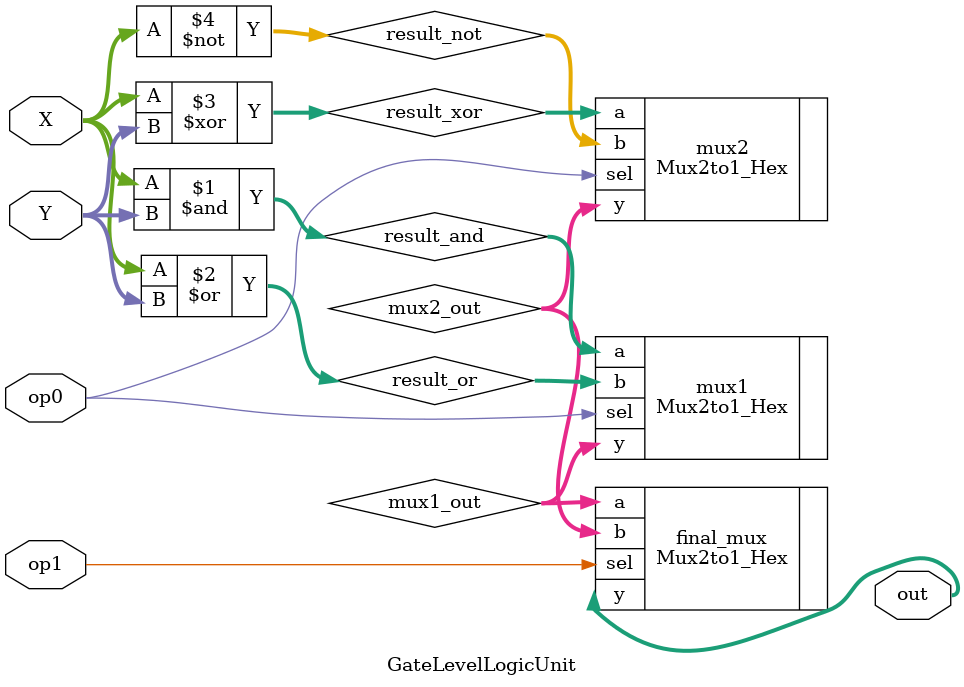
<source format=v>
module BasicLogicUnit(
    input [15:0] X,         // 16位输入X
    input [15:0] Y,         // 16位输入Y
    input op1,              // 操作选择位op1
    input op0,              // 操作选择位op0
    output reg [15:0] out   // 16位输出
);

always @ (op1, op0, X, Y) begin
    case ({op1, op0})      // 使用操作位op1和op0作为case语句的选择
        2'b00: out = X & Y;       // 当op1=0, op0=0时，输出X AND Y
        2'b01: out = X | Y;       // 当op1=0, op0=1时，输出X OR Y
        2'b10: out = X ^ Y;       // 当op1=1, op0=0时，输出X XOR Y
        2'b11: out = ~X;          // 当op1=1, op0=1时，输出INVERT X
        default: out = 16'bx;     // 默认输出不定值
    endcase
end

endmodule

module GateLevelLogicUnit(
    input [15:0] X,         // 16位输入X
    input [15:0] Y,         // 16位输入Y
    input op1,              // 操作选择位op1
    input op0,              // 操作选择位op0
    output [15:0] out       // 16位输出
);

    wire [15:0] result_and, result_or, result_xor, result_not;
    wire [15:0] mux1_out, mux2_out;

    // 基础逻辑操作
    assign result_and = X & Y;
    assign result_or = X | Y;
    assign result_xor = X ^ Y;
    assign result_not = ~X;

    // 使用 Mux2to1_Hex 选择器进行操作选择
    // 首先决定 AND 或 OR
    Mux2to1_Hex mux1(
        .a(result_and),
        .b(result_or),
        .sel(op0),
        .y(mux1_out)
    );

    // 决定 XOR 或 NOT
    Mux2to1_Hex mux2(
        .a(result_xor),
        .b(result_not),
        .sel(op0),
        .y(mux2_out)
    );

    // 最后的选择，基于 op1
    Mux2to1_Hex final_mux(
        .a(mux1_out),
        .b(mux2_out),
        .sel(op1),
        .y(out)
    );

endmodule
</source>
